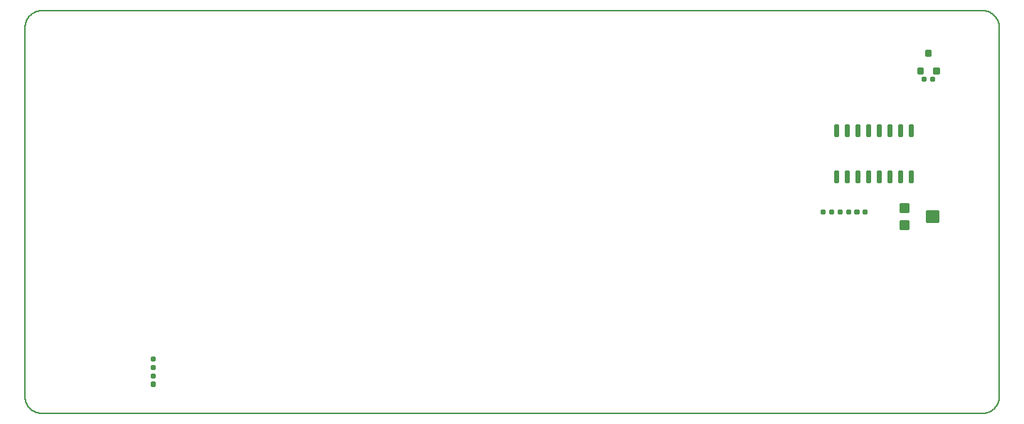
<source format=gtp>
G75*
%MOIN*%
%OFA0B0*%
%FSLAX25Y25*%
%IPPOS*%
%LPD*%
%AMOC8*
5,1,8,0,0,1.08239X$1,22.5*
%
%ADD10C,0.00591*%
%ADD11C,0.00992*%
%ADD12C,0.01004*%
%ADD13C,0.01008*%
D10*
X0009374Y0196177D02*
X0450319Y0196177D01*
X0450509Y0196179D01*
X0450699Y0196186D01*
X0450889Y0196198D01*
X0451079Y0196214D01*
X0451268Y0196234D01*
X0451457Y0196260D01*
X0451645Y0196289D01*
X0451832Y0196324D01*
X0452018Y0196363D01*
X0452203Y0196406D01*
X0452388Y0196454D01*
X0452571Y0196506D01*
X0452752Y0196562D01*
X0452932Y0196623D01*
X0453111Y0196689D01*
X0453288Y0196758D01*
X0453464Y0196832D01*
X0453637Y0196910D01*
X0453809Y0196993D01*
X0453978Y0197079D01*
X0454146Y0197169D01*
X0454311Y0197264D01*
X0454474Y0197362D01*
X0454634Y0197465D01*
X0454792Y0197571D01*
X0454947Y0197681D01*
X0455100Y0197794D01*
X0455250Y0197912D01*
X0455396Y0198033D01*
X0455540Y0198157D01*
X0455681Y0198285D01*
X0455819Y0198416D01*
X0455954Y0198551D01*
X0456085Y0198689D01*
X0456213Y0198830D01*
X0456337Y0198974D01*
X0456458Y0199120D01*
X0456576Y0199270D01*
X0456689Y0199423D01*
X0456799Y0199578D01*
X0456905Y0199736D01*
X0457008Y0199896D01*
X0457106Y0200059D01*
X0457201Y0200224D01*
X0457291Y0200392D01*
X0457377Y0200561D01*
X0457460Y0200733D01*
X0457538Y0200906D01*
X0457612Y0201082D01*
X0457681Y0201259D01*
X0457747Y0201438D01*
X0457808Y0201618D01*
X0457864Y0201799D01*
X0457916Y0201982D01*
X0457964Y0202167D01*
X0458007Y0202352D01*
X0458046Y0202538D01*
X0458081Y0202725D01*
X0458110Y0202913D01*
X0458136Y0203102D01*
X0458156Y0203291D01*
X0458172Y0203481D01*
X0458184Y0203671D01*
X0458191Y0203861D01*
X0458193Y0204051D01*
X0458193Y0377280D01*
X0458191Y0377470D01*
X0458184Y0377660D01*
X0458172Y0377850D01*
X0458156Y0378040D01*
X0458136Y0378229D01*
X0458110Y0378418D01*
X0458081Y0378606D01*
X0458046Y0378793D01*
X0458007Y0378979D01*
X0457964Y0379164D01*
X0457916Y0379349D01*
X0457864Y0379532D01*
X0457808Y0379713D01*
X0457747Y0379893D01*
X0457681Y0380072D01*
X0457612Y0380249D01*
X0457538Y0380425D01*
X0457460Y0380598D01*
X0457377Y0380770D01*
X0457291Y0380939D01*
X0457201Y0381107D01*
X0457106Y0381272D01*
X0457008Y0381435D01*
X0456905Y0381595D01*
X0456799Y0381753D01*
X0456689Y0381908D01*
X0456576Y0382061D01*
X0456458Y0382211D01*
X0456337Y0382357D01*
X0456213Y0382501D01*
X0456085Y0382642D01*
X0455954Y0382780D01*
X0455819Y0382915D01*
X0455681Y0383046D01*
X0455540Y0383174D01*
X0455396Y0383298D01*
X0455250Y0383419D01*
X0455100Y0383537D01*
X0454947Y0383650D01*
X0454792Y0383760D01*
X0454634Y0383866D01*
X0454474Y0383969D01*
X0454311Y0384067D01*
X0454146Y0384162D01*
X0453978Y0384252D01*
X0453809Y0384338D01*
X0453637Y0384421D01*
X0453464Y0384499D01*
X0453288Y0384573D01*
X0453111Y0384642D01*
X0452932Y0384708D01*
X0452752Y0384769D01*
X0452571Y0384825D01*
X0452388Y0384877D01*
X0452203Y0384925D01*
X0452018Y0384968D01*
X0451832Y0385007D01*
X0451645Y0385042D01*
X0451457Y0385071D01*
X0451268Y0385097D01*
X0451079Y0385117D01*
X0450889Y0385133D01*
X0450699Y0385145D01*
X0450509Y0385152D01*
X0450319Y0385154D01*
X0009374Y0385154D01*
X0009184Y0385152D01*
X0008994Y0385145D01*
X0008804Y0385133D01*
X0008614Y0385117D01*
X0008425Y0385097D01*
X0008236Y0385071D01*
X0008048Y0385042D01*
X0007861Y0385007D01*
X0007675Y0384968D01*
X0007490Y0384925D01*
X0007305Y0384877D01*
X0007122Y0384825D01*
X0006941Y0384769D01*
X0006761Y0384708D01*
X0006582Y0384642D01*
X0006405Y0384573D01*
X0006229Y0384499D01*
X0006056Y0384421D01*
X0005884Y0384338D01*
X0005715Y0384252D01*
X0005547Y0384162D01*
X0005382Y0384067D01*
X0005219Y0383969D01*
X0005059Y0383866D01*
X0004901Y0383760D01*
X0004746Y0383650D01*
X0004593Y0383537D01*
X0004443Y0383419D01*
X0004297Y0383298D01*
X0004153Y0383174D01*
X0004012Y0383046D01*
X0003874Y0382915D01*
X0003739Y0382780D01*
X0003608Y0382642D01*
X0003480Y0382501D01*
X0003356Y0382357D01*
X0003235Y0382211D01*
X0003117Y0382061D01*
X0003004Y0381908D01*
X0002894Y0381753D01*
X0002788Y0381595D01*
X0002685Y0381435D01*
X0002587Y0381272D01*
X0002492Y0381107D01*
X0002402Y0380939D01*
X0002316Y0380770D01*
X0002233Y0380598D01*
X0002155Y0380425D01*
X0002081Y0380249D01*
X0002012Y0380072D01*
X0001946Y0379893D01*
X0001885Y0379713D01*
X0001829Y0379532D01*
X0001777Y0379349D01*
X0001729Y0379164D01*
X0001686Y0378979D01*
X0001647Y0378793D01*
X0001612Y0378606D01*
X0001583Y0378418D01*
X0001557Y0378229D01*
X0001537Y0378040D01*
X0001521Y0377850D01*
X0001509Y0377660D01*
X0001502Y0377470D01*
X0001500Y0377280D01*
X0001500Y0204051D01*
X0001502Y0203861D01*
X0001509Y0203671D01*
X0001521Y0203481D01*
X0001537Y0203291D01*
X0001557Y0203102D01*
X0001583Y0202913D01*
X0001612Y0202725D01*
X0001647Y0202538D01*
X0001686Y0202352D01*
X0001729Y0202167D01*
X0001777Y0201982D01*
X0001829Y0201799D01*
X0001885Y0201618D01*
X0001946Y0201438D01*
X0002012Y0201259D01*
X0002081Y0201082D01*
X0002155Y0200906D01*
X0002233Y0200733D01*
X0002316Y0200561D01*
X0002402Y0200392D01*
X0002492Y0200224D01*
X0002587Y0200059D01*
X0002685Y0199896D01*
X0002788Y0199736D01*
X0002894Y0199578D01*
X0003004Y0199423D01*
X0003117Y0199270D01*
X0003235Y0199120D01*
X0003356Y0198974D01*
X0003480Y0198830D01*
X0003608Y0198689D01*
X0003739Y0198551D01*
X0003874Y0198416D01*
X0004012Y0198285D01*
X0004153Y0198157D01*
X0004297Y0198033D01*
X0004443Y0197912D01*
X0004593Y0197794D01*
X0004746Y0197681D01*
X0004901Y0197571D01*
X0005059Y0197465D01*
X0005219Y0197362D01*
X0005382Y0197264D01*
X0005547Y0197169D01*
X0005715Y0197079D01*
X0005884Y0196993D01*
X0006056Y0196910D01*
X0006229Y0196832D01*
X0006405Y0196758D01*
X0006582Y0196689D01*
X0006761Y0196623D01*
X0006941Y0196562D01*
X0007122Y0196506D01*
X0007305Y0196454D01*
X0007490Y0196406D01*
X0007675Y0196363D01*
X0007861Y0196324D01*
X0008048Y0196289D01*
X0008236Y0196260D01*
X0008425Y0196234D01*
X0008614Y0196214D01*
X0008804Y0196198D01*
X0008994Y0196186D01*
X0009184Y0196179D01*
X0009374Y0196177D01*
D11*
X0062224Y0209272D02*
X0062224Y0210642D01*
X0062224Y0209272D02*
X0060854Y0209272D01*
X0060854Y0210642D01*
X0062224Y0210642D01*
X0062224Y0210263D02*
X0060854Y0210263D01*
X0062224Y0213209D02*
X0062224Y0214579D01*
X0062224Y0213209D02*
X0060854Y0213209D01*
X0060854Y0214579D01*
X0062224Y0214579D01*
X0062224Y0214200D02*
X0060854Y0214200D01*
X0062224Y0217146D02*
X0062224Y0218516D01*
X0062224Y0217146D02*
X0060854Y0217146D01*
X0060854Y0218516D01*
X0062224Y0218516D01*
X0062224Y0218137D02*
X0060854Y0218137D01*
X0062224Y0221083D02*
X0062224Y0222453D01*
X0062224Y0221083D02*
X0060854Y0221083D01*
X0060854Y0222453D01*
X0062224Y0222453D01*
X0062224Y0222074D02*
X0060854Y0222074D01*
X0374831Y0291350D02*
X0376201Y0291350D01*
X0376201Y0289980D01*
X0374831Y0289980D01*
X0374831Y0291350D01*
X0374831Y0290971D02*
X0376201Y0290971D01*
X0378768Y0291350D02*
X0380138Y0291350D01*
X0380138Y0289980D01*
X0378768Y0289980D01*
X0378768Y0291350D01*
X0378768Y0290971D02*
X0380138Y0290971D01*
X0382705Y0291350D02*
X0384075Y0291350D01*
X0384075Y0289980D01*
X0382705Y0289980D01*
X0382705Y0291350D01*
X0382705Y0290971D02*
X0384075Y0290971D01*
X0386642Y0291350D02*
X0388012Y0291350D01*
X0388012Y0289980D01*
X0386642Y0289980D01*
X0386642Y0291350D01*
X0386642Y0290971D02*
X0388012Y0290971D01*
X0390579Y0291350D02*
X0391949Y0291350D01*
X0391949Y0289980D01*
X0390579Y0289980D01*
X0390579Y0291350D01*
X0390579Y0290971D02*
X0391949Y0290971D01*
X0394516Y0291350D02*
X0395886Y0291350D01*
X0395886Y0289980D01*
X0394516Y0289980D01*
X0394516Y0291350D01*
X0394516Y0290971D02*
X0395886Y0290971D01*
X0411740Y0290768D02*
X0411740Y0294500D01*
X0415472Y0294500D01*
X0415472Y0290768D01*
X0411740Y0290768D01*
X0411740Y0291759D02*
X0415472Y0291759D01*
X0415472Y0292750D02*
X0411740Y0292750D01*
X0411740Y0293741D02*
X0415472Y0293741D01*
X0411740Y0286626D02*
X0411740Y0282894D01*
X0411740Y0286626D02*
X0415472Y0286626D01*
X0415472Y0282894D01*
X0411740Y0282894D01*
X0411740Y0283885D02*
X0415472Y0283885D01*
X0415472Y0284876D02*
X0411740Y0284876D01*
X0411740Y0285867D02*
X0415472Y0285867D01*
X0415953Y0304941D02*
X0417323Y0304941D01*
X0415953Y0304941D02*
X0415953Y0309855D01*
X0417323Y0309855D01*
X0417323Y0304941D01*
X0417323Y0305932D02*
X0415953Y0305932D01*
X0415953Y0306923D02*
X0417323Y0306923D01*
X0417323Y0307914D02*
X0415953Y0307914D01*
X0415953Y0308905D02*
X0417323Y0308905D01*
X0412323Y0304941D02*
X0410953Y0304941D01*
X0410953Y0309855D01*
X0412323Y0309855D01*
X0412323Y0304941D01*
X0412323Y0305932D02*
X0410953Y0305932D01*
X0410953Y0306923D02*
X0412323Y0306923D01*
X0412323Y0307914D02*
X0410953Y0307914D01*
X0410953Y0308905D02*
X0412323Y0308905D01*
X0407323Y0304941D02*
X0405953Y0304941D01*
X0405953Y0309855D01*
X0407323Y0309855D01*
X0407323Y0304941D01*
X0407323Y0305932D02*
X0405953Y0305932D01*
X0405953Y0306923D02*
X0407323Y0306923D01*
X0407323Y0307914D02*
X0405953Y0307914D01*
X0405953Y0308905D02*
X0407323Y0308905D01*
X0402323Y0304941D02*
X0400953Y0304941D01*
X0400953Y0309855D01*
X0402323Y0309855D01*
X0402323Y0304941D01*
X0402323Y0305932D02*
X0400953Y0305932D01*
X0400953Y0306923D02*
X0402323Y0306923D01*
X0402323Y0307914D02*
X0400953Y0307914D01*
X0400953Y0308905D02*
X0402323Y0308905D01*
X0397323Y0304941D02*
X0395953Y0304941D01*
X0395953Y0309855D01*
X0397323Y0309855D01*
X0397323Y0304941D01*
X0397323Y0305932D02*
X0395953Y0305932D01*
X0395953Y0306923D02*
X0397323Y0306923D01*
X0397323Y0307914D02*
X0395953Y0307914D01*
X0395953Y0308905D02*
X0397323Y0308905D01*
X0392323Y0304941D02*
X0390953Y0304941D01*
X0390953Y0309855D01*
X0392323Y0309855D01*
X0392323Y0304941D01*
X0392323Y0305932D02*
X0390953Y0305932D01*
X0390953Y0306923D02*
X0392323Y0306923D01*
X0392323Y0307914D02*
X0390953Y0307914D01*
X0390953Y0308905D02*
X0392323Y0308905D01*
X0387323Y0304941D02*
X0385953Y0304941D01*
X0385953Y0309855D01*
X0387323Y0309855D01*
X0387323Y0304941D01*
X0387323Y0305932D02*
X0385953Y0305932D01*
X0385953Y0306923D02*
X0387323Y0306923D01*
X0387323Y0307914D02*
X0385953Y0307914D01*
X0385953Y0308905D02*
X0387323Y0308905D01*
X0382323Y0304941D02*
X0380953Y0304941D01*
X0380953Y0309855D01*
X0382323Y0309855D01*
X0382323Y0304941D01*
X0382323Y0305932D02*
X0380953Y0305932D01*
X0380953Y0306923D02*
X0382323Y0306923D01*
X0382323Y0307914D02*
X0380953Y0307914D01*
X0380953Y0308905D02*
X0382323Y0308905D01*
X0382323Y0326594D02*
X0380953Y0326594D01*
X0380953Y0331508D01*
X0382323Y0331508D01*
X0382323Y0326594D01*
X0382323Y0327585D02*
X0380953Y0327585D01*
X0380953Y0328576D02*
X0382323Y0328576D01*
X0382323Y0329567D02*
X0380953Y0329567D01*
X0380953Y0330558D02*
X0382323Y0330558D01*
X0385953Y0326594D02*
X0387323Y0326594D01*
X0385953Y0326594D02*
X0385953Y0331508D01*
X0387323Y0331508D01*
X0387323Y0326594D01*
X0387323Y0327585D02*
X0385953Y0327585D01*
X0385953Y0328576D02*
X0387323Y0328576D01*
X0387323Y0329567D02*
X0385953Y0329567D01*
X0385953Y0330558D02*
X0387323Y0330558D01*
X0390953Y0326594D02*
X0392323Y0326594D01*
X0390953Y0326594D02*
X0390953Y0331508D01*
X0392323Y0331508D01*
X0392323Y0326594D01*
X0392323Y0327585D02*
X0390953Y0327585D01*
X0390953Y0328576D02*
X0392323Y0328576D01*
X0392323Y0329567D02*
X0390953Y0329567D01*
X0390953Y0330558D02*
X0392323Y0330558D01*
X0395953Y0326594D02*
X0397323Y0326594D01*
X0395953Y0326594D02*
X0395953Y0331508D01*
X0397323Y0331508D01*
X0397323Y0326594D01*
X0397323Y0327585D02*
X0395953Y0327585D01*
X0395953Y0328576D02*
X0397323Y0328576D01*
X0397323Y0329567D02*
X0395953Y0329567D01*
X0395953Y0330558D02*
X0397323Y0330558D01*
X0400953Y0326594D02*
X0402323Y0326594D01*
X0400953Y0326594D02*
X0400953Y0331508D01*
X0402323Y0331508D01*
X0402323Y0326594D01*
X0402323Y0327585D02*
X0400953Y0327585D01*
X0400953Y0328576D02*
X0402323Y0328576D01*
X0402323Y0329567D02*
X0400953Y0329567D01*
X0400953Y0330558D02*
X0402323Y0330558D01*
X0405953Y0326594D02*
X0407323Y0326594D01*
X0405953Y0326594D02*
X0405953Y0331508D01*
X0407323Y0331508D01*
X0407323Y0326594D01*
X0407323Y0327585D02*
X0405953Y0327585D01*
X0405953Y0328576D02*
X0407323Y0328576D01*
X0407323Y0329567D02*
X0405953Y0329567D01*
X0405953Y0330558D02*
X0407323Y0330558D01*
X0410953Y0326594D02*
X0412323Y0326594D01*
X0410953Y0326594D02*
X0410953Y0331508D01*
X0412323Y0331508D01*
X0412323Y0326594D01*
X0412323Y0327585D02*
X0410953Y0327585D01*
X0410953Y0328576D02*
X0412323Y0328576D01*
X0412323Y0329567D02*
X0410953Y0329567D01*
X0410953Y0330558D02*
X0412323Y0330558D01*
X0415953Y0326594D02*
X0417323Y0326594D01*
X0415953Y0326594D02*
X0415953Y0331508D01*
X0417323Y0331508D01*
X0417323Y0326594D01*
X0417323Y0327585D02*
X0415953Y0327585D01*
X0415953Y0328576D02*
X0417323Y0328576D01*
X0417323Y0329567D02*
X0415953Y0329567D01*
X0415953Y0330558D02*
X0417323Y0330558D01*
X0422169Y0352358D02*
X0423539Y0352358D01*
X0422169Y0352358D02*
X0422169Y0353728D01*
X0423539Y0353728D01*
X0423539Y0352358D01*
X0423539Y0353349D02*
X0422169Y0353349D01*
X0426106Y0352358D02*
X0427476Y0352358D01*
X0426106Y0352358D02*
X0426106Y0353728D01*
X0427476Y0353728D01*
X0427476Y0352358D01*
X0427476Y0353349D02*
X0426106Y0353349D01*
D12*
X0424050Y0291148D02*
X0424050Y0286246D01*
X0424050Y0291148D02*
X0429344Y0291148D01*
X0429344Y0286246D01*
X0424050Y0286246D01*
X0424050Y0287249D02*
X0429344Y0287249D01*
X0429344Y0288252D02*
X0424050Y0288252D01*
X0424050Y0289255D02*
X0429344Y0289255D01*
X0429344Y0290258D02*
X0424050Y0290258D01*
D13*
X0422154Y0355713D02*
X0420012Y0355713D01*
X0420012Y0358247D01*
X0422154Y0358247D01*
X0422154Y0355713D01*
X0422154Y0356720D02*
X0420012Y0356720D01*
X0420012Y0357727D02*
X0422154Y0357727D01*
X0427492Y0355713D02*
X0429634Y0355713D01*
X0427492Y0355713D02*
X0427492Y0358247D01*
X0429634Y0358247D01*
X0429634Y0355713D01*
X0429634Y0356720D02*
X0427492Y0356720D01*
X0427492Y0357727D02*
X0429634Y0357727D01*
X0425894Y0363981D02*
X0423752Y0363981D01*
X0423752Y0366515D01*
X0425894Y0366515D01*
X0425894Y0363981D01*
X0425894Y0364988D02*
X0423752Y0364988D01*
X0423752Y0365995D02*
X0425894Y0365995D01*
M02*

</source>
